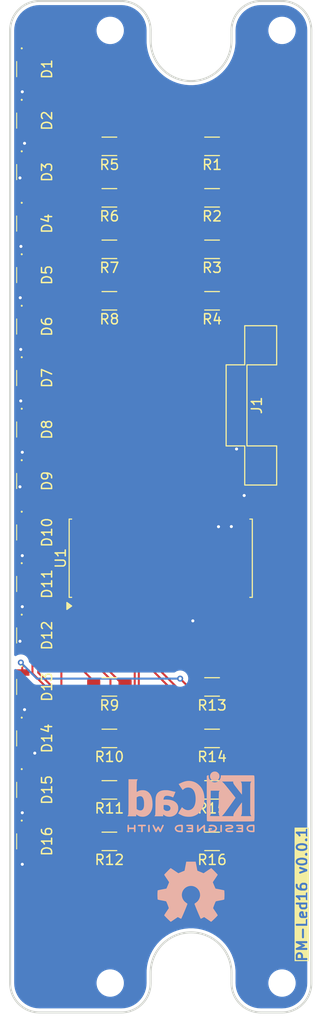
<source format=kicad_pcb>
(kicad_pcb (version 20240108) (generator "pcbnew") (generator_version "8.0")
  (title_block (title "${article} v${version}"))
  (layers (0 "F.Cu" signal) (31 "B.Cu" signal) (34 "B.Paste" user) (35 "F.Paste" user) (36 "B.SilkS" user "B.Silkscreen") (37 "F.SilkS" user "F.Silkscreen") (38 "B.Mask" user) (39 "F.Mask" user) (44 "Edge.Cuts" user))
  (property "article" "PM-Led16")
  (property "version" "0.0.1")
  (net 0 "")
  (net 3 "GND")
  (net 4 "Net-(U1-GPA0)")
  (net 5 "Net-(U1-GPA1)")
  (net 6 "Net-(U1-GPA2)")
  (net 7 "Net-(U1-GPA3)")
  (net 8 "Net-(U1-GPA4)")
  (net 9 "Net-(U1-GPA5)")
  (net 10 "Net-(U1-GPA6)")
  (net 11 "Net-(U1-GPA7)")
  (net 12 "Net-(U1-GPB0)")
  (net 13 "Net-(U1-GPB1)")
  (net 14 "Net-(U1-GPB2)")
  (net 15 "Net-(U1-GPB3)")
  (net 16 "Net-(U1-GPB4)")
  (net 17 "Net-(U1-GPB5)")
  (net 18 "Net-(U1-GPB6)")
  (net 19 "Net-(U1-GPB7)")
  (net 20 "+3.3V")
  (net 21 "/SCK")
  (net 22 "/CS")
  (net 23 "/MOSI")
  (net 24 "/MISO")
  (net 25 "+5V")
  (net 27 "Net-(D1-Pad1)")
  (net 28 "Net-(D2-Pad1)")
  (net 29 "Net-(D3-Pad1)")
  (net 30 "Net-(D4-Pad1)")
  (net 31 "Net-(D5-Pad1)")
  (net 32 "Net-(D6-Pad1)")
  (net 33 "Net-(D7-Pad1)")
  (net 34 "Net-(D8-Pad1)")
  (net 35 "Net-(D9-Pad1)")
  (net 36 "Net-(D10-Pad1)")
  (net 37 "Net-(D11-Pad1)")
  (net 38 "Net-(D12-Pad1)")
  (net 39 "Net-(D13-Pad1)")
  (net 40 "Net-(D14-Pad1)")
  (net 41 "Net-(D15-Pad1)")
  (net 42 "Net-(D16-Pad1)")
  (footprint "kicad_inventree_lib:1221GHCYR2S22C" (layer "F.Cu") (at 51.547 113.5 90)
    (property "Reference" "D12" (at 0 3 90) (layer "F.SilkS"))
    (property "Value" "12-21_GHC-YR2S2_2C" (hide yes))
    (pad "1" smd rect (at 1.42 0.555 90) (size 0.63 1.41) (layers "F.Cu" "F.Paste" "F.Mask") (net 38 "Net-(D12-Pad1)"))
    (pad "2" smd rect (at -1.42 0.555 90) (size 0.63 1.41) (layers "F.Cu" "F.Paste" "F.Mask") (net 3 "GND"))
    (pad "3" smd rect (at 0 1.045 180) (size 0.43 1.07) (layers "F.Cu" "F.Paste" "F.Mask"))
  )
  (footprint "Resistor_SMD:R_1206_3216Metric_Pad1.30x1.75mm_HandSolder" (layer "F.Cu") (at 70.88 118.58 180)
    (property "Reference" "R13" (at 0 -1.82 0) (layer "F.SilkS"))
    (property "Value" "680R")
    (pad "1" smd roundrect (at -1.55 0 180) (size 1.3 1.75) (layers "F.Cu" "F.Paste" "F.Mask") (roundrect_rratio 0.192308) (net 16 "Net-(U1-GPB4)"))
    (pad "2" smd roundrect (at 1.55 0 180) (size 1.3 1.75) (layers "F.Cu" "F.Paste" "F.Mask") (roundrect_rratio 0.192308) (net 39 "Net-(D13-Pad1)"))
  )
  (footprint "kicad_inventree_lib:X10B25L08T" (layer "F.Cu") (at 73.3 90.8 90)
    (property "Reference" "J1" (at 0 2 90) (layer "F.SilkS"))
    (property "Value" "X10B25L08T")
    (pad "0" smd rect (at -6.25 2.45 90) (size 2.5 2.8) (layers "F.Cu" "F.Paste" "F.Mask"))
    (pad "0" smd rect (at 6.25 2.45 90) (size 2.5 2.8) (layers "F.Cu" "F.Paste" "F.Mask"))
    (pad "1" smd rect (at -3.5 0 90) (size 0.6 1.7) (layers "F.Cu" "F.Paste" "F.Mask") (net 3 "GND"))
    (pad "2" smd rect (at -2.5 0 90) (size 0.6 1.7) (layers "F.Cu" "F.Paste" "F.Mask") (net 22 "/CS"))
    (pad "3" smd rect (at -1.5 0 90) (size 0.6 1.7) (layers "F.Cu" "F.Paste" "F.Mask") (net 21 "/SCK"))
    (pad "4" smd rect (at -0.5 0 90) (size 0.6 1.7) (layers "F.Cu" "F.Paste" "F.Mask") (net 24 "/MISO"))
    (pad "5" smd rect (at 0.5 0 90) (size 0.6 1.7) (layers "F.Cu" "F.Paste" "F.Mask") (net 23 "/MOSI"))
    (pad "6" smd rect (at 1.5 0 90) (size 0.6 1.7) (layers "F.Cu" "F.Paste" "F.Mask"))
    (pad "7" smd rect (at 2.5 0 90) (size 0.6 1.7) (layers "F.Cu" "F.Paste" "F.Mask") (net 20 "+3.3V"))
    (pad "8" smd rect (at 3.5 0 90) (size 0.6 1.7) (layers "F.Cu" "F.Paste" "F.Mask") (net 25 "+5V"))
  )
  (footprint "Resistor_SMD:R_1206_3216Metric_Pad1.30x1.75mm_HandSolder" (layer "F.Cu") (at 60.72 65.24 180)
    (property "Reference" "R5" (at 0 -1.82 0) (layer "F.SilkS"))
    (property "Value" "680R")
    (pad "1" smd roundrect (at -1.55 0 180) (size 1.3 1.75) (layers "F.Cu" "F.Paste" "F.Mask") (roundrect_rratio 0.192308) (net 8 "Net-(U1-GPA4)"))
    (pad "2" smd roundrect (at 1.55 0 180) (size 1.3 1.75) (layers "F.Cu" "F.Paste" "F.Mask") (roundrect_rratio 0.192308) (net 31 "Net-(D5-Pad1)"))
  )
  (footprint "Resistor_SMD:R_1206_3216Metric_Pad1.30x1.75mm_HandSolder" (layer "F.Cu") (at 60.72 133.82 180)
    (property "Reference" "R12" (at 0 -1.82 0) (layer "F.SilkS"))
    (property "Value" "680R")
    (pad "1" smd roundrect (at -1.55 0 180) (size 1.3 1.75) (layers "F.Cu" "F.Paste" "F.Mask") (roundrect_rratio 0.192308) (net 15 "Net-(U1-GPB3)"))
    (pad "2" smd roundrect (at 1.55 0 180) (size 1.3 1.75) (layers "F.Cu" "F.Paste" "F.Mask") (roundrect_rratio 0.192308) (net 38 "Net-(D12-Pad1)"))
  )
  (footprint "kicad_inventree_lib:1221GHCYR2S22C" (layer "F.Cu") (at 51.547 118.58 90)
    (property "Reference" "D13" (at 0 3 90) (layer "F.SilkS"))
    (property "Value" "12-21_GHC-YR2S2_2C" (hide yes))
    (pad "1" smd rect (at 1.42 0.555 90) (size 0.63 1.41) (layers "F.Cu" "F.Paste" "F.Mask") (net 39 "Net-(D13-Pad1)"))
    (pad "2" smd rect (at -1.42 0.555 90) (size 0.63 1.41) (layers "F.Cu" "F.Paste" "F.Mask") (net 3 "GND"))
    (pad "3" smd rect (at 0 1.045 180) (size 0.43 1.07) (layers "F.Cu" "F.Paste" "F.Mask"))
  )
  (footprint "kicad_inventree_lib:1221GHCYR2S22C" (layer "F.Cu") (at 51.547 67.78 90)
    (property "Reference" "D3" (at 0 3 90) (layer "F.SilkS"))
    (property "Value" "12-21_GHC-YR2S2_2C" (hide yes))
    (pad "1" smd rect (at 1.42 0.555 90) (size 0.63 1.41) (layers "F.Cu" "F.Paste" "F.Mask") (net 29 "Net-(D3-Pad1)"))
    (pad "2" smd rect (at -1.42 0.555 90) (size 0.63 1.41) (layers "F.Cu" "F.Paste" "F.Mask") (net 3 "GND"))
    (pad "3" smd rect (at 0 1.045 180) (size 0.43 1.07) (layers "F.Cu" "F.Paste" "F.Mask"))
  )
  (footprint "Resistor_SMD:R_1206_3216Metric_Pad1.30x1.75mm_HandSolder" (layer "F.Cu") (at 70.88 123.66 180)
    (property "Reference" "R14" (at 0 -1.82 0) (layer "F.SilkS"))
    (property "Value" "680R")
    (pad "1" smd roundrect (at -1.55 0 180) (size 1.3 1.75) (layers "F.Cu" "F.Paste" "F.Mask") (roundrect_rratio 0.192308) (net 17 "Net-(U1-GPB5)"))
    (pad "2" smd roundrect (at 1.55 0 180) (size 1.3 1.75) (layers "F.Cu" "F.Paste" "F.Mask") (roundrect_rratio 0.192308) (net 40 "Net-(D14-Pad1)"))
  )
  (footprint "kicad_inventree_lib:1221GHCYR2S22C" (layer "F.Cu") (at 51.547 93.18 90)
    (property "Reference" "D8" (at 0 3 90) (layer "F.SilkS"))
    (property "Value" "12-21_GHC-YR2S2_2C" (hide yes))
    (pad "1" smd rect (at 1.42 0.555 90) (size 0.63 1.41) (layers "F.Cu" "F.Paste" "F.Mask") (net 34 "Net-(D8-Pad1)"))
    (pad "2" smd rect (at -1.42 0.555 90) (size 0.63 1.41) (layers "F.Cu" "F.Paste" "F.Mask") (net 3 "GND"))
    (pad "3" smd rect (at 0 1.045 180) (size 0.43 1.07) (layers "F.Cu" "F.Paste" "F.Mask"))
  )
  (footprint "kicad_inventree_lib:1221GHCYR2S22C" (layer "F.Cu") (at 51.547 128.74 90)
    (property "Reference" "D15" (at 0 3 90) (layer "F.SilkS"))
    (property "Value" "12-21_GHC-YR2S2_2C" (hide yes))
    (pad "1" smd rect (at 1.42 0.555 90) (size 0.63 1.41) (layers "F.Cu" "F.Paste" "F.Mask") (net 41 "Net-(D15-Pad1)"))
    (pad "2" smd rect (at -1.42 0.555 90) (size 0.63 1.41) (layers "F.Cu" "F.Paste" "F.Mask") (net 3 "GND"))
    (pad "3" smd rect (at 0 1.045 180) (size 0.43 1.07) (layers "F.Cu" "F.Paste" "F.Mask"))
  )
  (footprint "kicad_inventree_lib:1221GHCYR2S22C" (layer "F.Cu") (at 51.547 83.02 90)
    (property "Reference" "D6" (at 0 3 90) (layer "F.SilkS"))
    (property "Value" "12-21_GHC-YR2S2_2C" (hide yes))
    (pad "1" smd rect (at 1.42 0.555 90) (size 0.63 1.41) (layers "F.Cu" "F.Paste" "F.Mask") (net 32 "Net-(D6-Pad1)"))
    (pad "2" smd rect (at -1.42 0.555 90) (size 0.63 1.41) (layers "F.Cu" "F.Paste" "F.Mask") (net 3 "GND"))
    (pad "3" smd rect (at 0 1.045 180) (size 0.43 1.07) (layers "F.Cu" "F.Paste" "F.Mask"))
  )
  (footprint "Package_SO:SOIC-28W_7.5x17.9mm_P1.27mm" (layer "F.Cu") (at 65.8 105.88 90)
    (property "Reference" "U1" (at 0 -9.9 90) (layer "F.SilkS"))
    (property "Value" "MCP23S17_SO")
    (pad "1" smd roundrect (at -4.65 -8.255 90) (size 2.05 0.6) (layers "F.Cu" "F.Paste" "F.Mask") (net 12 "Net-(U1-GPB0)"))
    (pad "2" smd roundrect (at -4.65 -6.985 90) (size 2.05 0.6) (layers "F.Cu" "F.Paste" "F.Mask") (net 13 "Net-(U1-GPB1)"))
    (pad "3" smd roundrect (at -4.65 -5.715 90) (size 2.05 0.6) (layers "F.Cu" "F.Paste" "F.Mask") (net 14 "Net-(U1-GPB2)"))
    (pad "4" smd roundrect (at -4.65 -4.445 90) (size 2.05 0.6) (layers "F.Cu" "F.Paste" "F.Mask") (net 15 "Net-(U1-GPB3)"))
    (pad "5" smd roundrect (at -4.65 -3.175 90) (size 2.05 0.6) (layers "F.Cu" "F.Paste" "F.Mask") (net 16 "Net-(U1-GPB4)"))
    (pad "6" smd roundrect (at -4.65 -1.905 90) (size 2.05 0.6) (layers "F.Cu" "F.Paste" "F.Mask") (net 17 "Net-(U1-GPB5)"))
    (pad "7" smd roundrect (at -4.65 -0.635 90) (size 2.05 0.6) (layers "F.Cu" "F.Paste" "F.Mask") (net 18 "Net-(U1-GPB6)"))
    (pad "8" smd roundrect (at -4.65 0.635 90) (size 2.05 0.6) (layers "F.Cu" "F.Paste" "F.Mask") (net 19 "Net-(U1-GPB7)"))
    (pad "9" smd roundrect (at -4.65 1.905 90) (size 2.05 0.6) (layers "F.Cu" "F.Paste" "F.Mask") (net 20 "+3.3V"))
    (pad "10" smd roundrect (at -4.65 3.175 90) (size 2.05 0.6) (layers "F.Cu" "F.Paste" "F.Mask") (net 3 "GND"))
    (pad "11" smd roundrect (at -4.65 4.445 90) (size 2.05 0.6) (layers "F.Cu" "F.Paste" "F.Mask") (net 22 "/CS"))
    (pad "12" smd roundrect (at -4.65 5.715 90) (size 2.05 0.6) (layers "F.Cu" "F.Paste" "F.Mask") (net 21 "/SCK"))
    (pad "13" smd roundrect (at -4.65 6.985 90) (size 2.05 0.6) (layers "F.Cu" "F.Paste" "F.Mask") (net 23 "/MOSI"))
    (pad "14" smd roundrect (at -4.65 8.255 90) (size 2.05 0.6) (layers "F.Cu" "F.Paste" "F.Mask") (net 24 "/MISO"))
    (pad "15" smd roundrect (at 4.65 8.255 90) (size 2.05 0.6) (layers "F.Cu" "F.Paste" "F.Mask") (net 3 "GND"))
    (pad "16" smd roundrect (at 4.65 6.985 90) (size 2.05 0.6) (layers "F.Cu" "F.Paste" "F.Mask") (net 3 "GND"))
    (pad "17" smd roundrect (at 4.65 5.715 90) (size 2.05 0.6) (layers "F.Cu" "F.Paste" "F.Mask") (net 3 "GND"))
    (pad "18" smd roundrect (at 4.65 4.445 90) (size 2.05 0.6) (layers "F.Cu" "F.Paste" "F.Mask") (net 20 "+3.3V"))
    (pad "19" smd roundrect (at 4.65 3.175 90) (size 2.05 0.6) (layers "F.Cu" "F.Paste" "F.Mask"))
    (pad "20" smd roundrect (at 4.65 1.905 90) (size 2.05 0.6) (layers "F.Cu" "F.Paste" "F.Mask"))
    (pad "21" smd roundrect (at 4.65 0.635 90) (size 2.05 0.6) (layers "F.Cu" "F.Paste" "F.Mask") (net 4 "Net-(U1-GPA0)"))
    (pad "22" smd roundrect (at 4.65 -0.635 90) (size 2.05 0.6) (layers "F.Cu" "F.Paste" "F.Mask") (net 5 "Net-(U1-GPA1)"))
    (pad "23" smd roundrect (at 4.65 -1.905 90) (size 2.05 0.6) (layers "F.Cu" "F.Paste" "F.Mask") (net 6 "Net-(U1-GPA2)"))
    (pad "24" smd roundrect (at 4.65 -3.175 90) (size 2.05 0.6) (layers "F.Cu" "F.Paste" "F.Mask") (net 7 "Net-(U1-GPA3)"))
    (pad "25" smd roundrect (at 4.65 -4.445 90) (size 2.05 0.6) (layers "F.Cu" "F.Paste" "F.Mask") (net 8 "Net-(U1-GPA4)"))
    (pad "26" smd roundrect (at 4.65 -5.715 90) (size 2.05 0.6) (layers "F.Cu" "F.Paste" "F.Mask") (net 9 "Net-(U1-GPA5)"))
    (pad "27" smd roundrect (at 4.65 -6.985 90) (size 2.05 0.6) (layers "F.Cu" "F.Paste" "F.Mask") (net 10 "Net-(U1-GPA6)"))
    (pad "28" smd roundrect (at 4.65 -8.255 90) (size 2.05 0.6) (layers "F.Cu" "F.Paste" "F.Mask") (net 11 "Net-(U1-GPA7)"))
  )
  (footprint "kicad_inventree_lib:1221GHCYR2S22C" (layer "F.Cu") (at 51.547 62.7 90)
    (property "Reference" "D2" (at 0 3 90) (layer "F.SilkS"))
    (property "Value" "12-21_GHC-YR2S2_2C" (hide yes))
    (pad "1" smd rect (at 1.42 0.555 90) (size 0.63 1.41) (layers "F.Cu" "F.Paste" "F.Mask") (net 28 "Net-(D2-Pad1)"))
    (pad "2" smd rect (at -1.42 0.555 90) (size 0.63 1.41) (layers "F.Cu" "F.Paste" "F.Mask") (net 3 "GND"))
    (pad "3" smd rect (at 0 1.045 180) (size 0.43 1.07) (layers "F.Cu" "F.Paste" "F.Mask"))
  )
  (footprint "kicad_inventree_lib:1221GHCYR2S22C" (layer "F.Cu") (at 51.547 88.1 90)
    (property "Reference" "D7" (at 0 3 90) (layer "F.SilkS"))
    (property "Value" "12-21_GHC-YR2S2_2C" (hide yes))
    (pad "1" smd rect (at 1.42 0.555 90) (size 0.63 1.41) (layers "F.Cu" "F.Paste" "F.Mask") (net 33 "Net-(D7-Pad1)"))
    (pad "2" smd rect (at -1.42 0.555 90) (size 0.63 1.41) (layers "F.Cu" "F.Paste" "F.Mask") (net 3 "GND"))
    (pad "3" smd rect (at 0 1.045 180) (size 0.43 1.07) (layers "F.Cu" "F.Paste" "F.Mask"))
  )
  (footprint "Resistor_SMD:R_1206_3216Metric_Pad1.30x1.75mm_HandSolder" (layer "F.Cu") (at 70.88 75.4 180)
    (property "Reference" "R3" (at 0 -1.82 0) (layer "F.SilkS"))
    (property "Value" "680R")
    (pad "1" smd roundrect (at -1.55 0 180) (size 1.3 1.75) (layers "F.Cu" "F.Paste" "F.Mask") (roundrect_rratio 0.192308) (net 6 "Net-(U1-GPA2)"))
    (pad "2" smd roundrect (at 1.55 0 180) (size 1.3 1.75) (layers "F.Cu" "F.Paste" "F.Mask") (roundrect_rratio 0.192308) (net 29 "Net-(D3-Pad1)"))
  )
  (footprint "kicad_inventree_lib:1221GHCYR2S22C" (layer "F.Cu") (at 51.547 57.62 90)
    (property "Reference" "D1" (at 0 3 90) (layer "F.SilkS"))
    (property "Value" "12-21_GHC-YR2S2_2C" (hide yes))
    (pad "1" smd rect (at 1.42 0.555 90) (size 0.63 1.41) (layers "F.Cu" "F.Paste" "F.Mask") (net 27 "Net-(D1-Pad1)"))
    (pad "2" smd rect (at -1.42 0.555 90) (size 0.63 1.41) (layers "F.Cu" "F.Paste" "F.Mask") (net 3 "GND"))
    (pad "3" smd rect (at 0 1.045 180) (size 0.43 1.07) (layers "F.Cu" "F.Paste" "F.Mask"))
  )
  (footprint "kicad_inventree_lib:1221GHCYR2S22C" (layer "F.Cu") (at 51.547 72.86 90)
    (property "Reference" "D4" (at 0 3 90) (layer "F.SilkS"))
    (property "Value" "12-21_GHC-YR2S2_2C" (hide yes))
    (pad "1" smd rect (at 1.42 0.555 90) (size 0.63 1.41) (layers "F.Cu" "F.Paste" "F.Mask") (net 30 "Net-(D4-Pad1)"))
    (pad "2" smd rect (at -1.42 0.555 90) (size 0.63 1.41) (layers "F.Cu" "F.Paste" "F.Mask") (net 3 "GND"))
    (pad "3" smd rect (at 0 1.045 180) (size 0.43 1.07) (layers "F.Cu" "F.Paste" "F.Mask"))
  )
  (footprint "Resistor_SMD:R_1206_3216Metric_Pad1.30x1.75mm_HandSolder" (layer "F.Cu") (at 60.72 80.48 180)
    (property "Reference" "R8" (at 0 -1.82 0) (layer "F.SilkS"))
    (property "Value" "680R")
    (pad "1" smd roundrect (at -1.55 0 180) (size 1.3 1.75) (layers "F.Cu" "F.Paste" "F.Mask") (roundrect_rratio 0.192308) (net 11 "Net-(U1-GPA7)"))
    (pad "2" smd roundrect (at 1.55 0 180) (size 1.3 1.75) (layers "F.Cu" "F.Paste" "F.Mask") (roundrect_rratio 0.192308) (net 34 "Net-(D8-Pad1)"))
  )
  (footprint "Resistor_SMD:R_1206_3216Metric_Pad1.30x1.75mm_HandSolder" (layer "F.Cu") (at 60.72 70.32 180)
    (property "Reference" "R6" (at 0 -1.82 0) (layer "F.SilkS"))
    (property "Value" "680R")
    (pad "1" smd roundrect (at -1.55 0 180) (size 1.3 1.75) (layers "F.Cu" "F.Paste" "F.Mask") (roundrect_rratio 0.192308) (net 9 "Net-(U1-GPA5)"))
    (pad "2" smd roundrect (at 1.55 0 180) (size 1.3 1.75) (layers "F.Cu" "F.Paste" "F.Mask") (roundrect_rratio 0.192308) (net 32 "Net-(D6-Pad1)"))
  )
  (footprint "Resistor_SMD:R_1206_3216Metric_Pad1.30x1.75mm_HandSolder" (layer "F.Cu") (at 70.88 80.48 180)
    (property "Reference" "R4" (at 0 -1.82 0) (layer "F.SilkS"))
    (property "Value" "680R")
    (pad "1" smd roundrect (at -1.55 0 180) (size 1.3 1.75) (layers "F.Cu" "F.Paste" "F.Mask") (roundrect_rratio 0.192308) (net 7 "Net-(U1-GPA3)"))
    (pad "2" smd roundrect (at 1.55 0 180) (size 1.3 1.75) (layers "F.Cu" "F.Paste" "F.Mask") (roundrect_rratio 0.192308) (net 30 "Net-(D4-Pad1)"))
  )
  (footprint "kicad_inventree_lib:1221GHCYR2S22C" (layer "F.Cu") (at 51.547 108.42 90)
    (property "Reference" "D11" (at 0 3 90) (layer "F.SilkS"))
    (property "Value" "12-21_GHC-YR2S2_2C" (hide yes))
    (pad "1" smd rect (at 1.42 0.555 90) (size 0.63 1.41) (layers "F.Cu" "F.Paste" "F.Mask") (net 37 "Net-(D11-Pad1)"))
    (pad "2" smd rect (at -1.42 0.555 90) (size 0.63 1.41) (layers "F.Cu" "F.Paste" "F.Mask") (net 3 "GND"))
    (pad "3" smd rect (at 0 1.045 180) (size 0.43 1.07) (layers "F.Cu" "F.Paste" "F.Mask"))
  )
  (footprint "kicad_inventree_lib:1221GHCYR2S22C" (layer "F.Cu") (at 51.547 133.82 90)
    (property "Reference" "D16" (at 0 3 90) (layer "F.SilkS"))
    (property "Value" "12-21_GHC-YR2S2_2C" (hide yes))
    (pad "1" smd rect (at 1.42 0.555 90) (size 0.63 1.41) (layers "F.Cu" "F.Paste" "F.Mask") (net 42 "Net-(D16-Pad1)"))
    (pad "2" smd rect (at -1.42 0.555 90) (size 0.63 1.41) (layers "F.Cu" "F.Paste" "F.Mask") (net 3 "GND"))
    (pad "3" smd rect (at 0 1.045 180) (size 0.43 1.07) (layers "F.Cu" "F.Paste" "F.Mask"))
  )
  (footprint "kicad_inventree_lib:1221GHCYR2S22C" (layer "F.Cu") (at 51.547 123.66 90)
    (property "Reference" "D14" (at 0 3 90) (layer "F.SilkS"))
    (property "Value" "12-21_GHC-YR2S2_2C" (hide yes))
    (pad "1" smd rect (at 1.42 0.555 90) (size 0.63 1.41) (layers "F.Cu" "F.Paste" "F.Mask") (net 40 "Net-(D14-Pad1)"))
    (pad "2" smd rect (at -1.42 0.555 90) (size 0.63 1.41) (layers "F.Cu" "F.Paste" "F.Mask") (net 3 "GND"))
    (pad "3" smd rect (at 0 1.045 180) (size 0.43 1.07) (layers "F.Cu" "F.Paste" "F.Mask"))
  )
  (footprint "Resistor_SMD:R_1206_3216Metric_Pad1.30x1.75mm_HandSolder" (layer "F.Cu") (at 60.72 123.66 180)
    (property "Reference" "R10" (at 0 -1.82 0) (layer "F.SilkS"))
    (property "Value" "680R")
    (pad "1" smd roundrect (at -1.55 0 180) (size 1.3 1.75) (layers "F.Cu" "F.Paste" "F.Mask") (roundrect_rratio 0.192308) (net 13 "Net-(U1-GPB1)"))
    (pad "2" smd roundrect (at 1.55 0 180) (size 1.3 1.75) (layers "F.Cu" "F.Paste" "F.Mask") (roundrect_rratio 0.192308) (net 36 "Net-(D10-Pad1)"))
  )
  (footprint "MountingHole:MountingHole_2.2mm_M2" (layer "F.Cu") (at 77.8 53.8)
    (property "Reference" "H1" (hide yes))
    (property "Value" "MountingHole")
    (pad "" np_thru_hole circle (at 0 0) (size 2.2 2.2) (drill 2.2) (layers "*.Cu" "*.Mask"))
  )
  (footprint "MountingHole:MountingHole_2.2mm_M2" (layer "F.Cu") (at 60.8 147.8)
    (property "Reference" "H4" (hide yes))
    (property "Value" "MountingHole")
    (pad "" np_thru_hole circle (at 0 0) (size 2.2 2.2) (drill 2.2) (layers "*.Cu" "*.Mask"))
  )
  (footprint "Resistor_SMD:R_1206_3216Metric_Pad1.30x1.75mm_HandSolder" (layer "F.Cu") (at 70.88 133.82 180)
    (property "Reference" "R16" (at 0 -1.82 0) (layer "F.SilkS"))
    (property "Value" "680R")
    (pad "1" smd roundrect (at -1.55 0 180) (size 1.3 1.75) (layers "F.Cu" "F.Paste" "F.Mask") (roundrect_rratio 0.192308) (net 19 "Net-(U1-GPB7)"))
    (pad "2" smd roundrect (at 1.55 0 180) (size 1.3 1.75) (layers "F.Cu" "F.Paste" "F.Mask") (roundrect_rratio 0.192308) (net 42 "Net-(D16-Pad1)"))
  )
  (footprint "Resistor_SMD:R_1206_3216Metric_Pad1.30x1.75mm_HandSolder" (layer "F.Cu") (at 70.88 70.32 180)
    (property "Reference" "R2" (at 0 -1.82 0) (layer "F.SilkS"))
    (property "Value" "680R")
    (pad "1" smd roundrect (at -1.55 0 180) (size 1.3 1.75) (layers "F.Cu" "F.Paste" "F.Mask") (roundrect_rratio 0.192308) (net 5 "Net-(U1-GPA1)"))
    (pad "2" smd roundrect (at 1.55 0 180) (size 1.3 1.75) (layers "F.Cu" "F.Paste" "F.Mask") (roundrect_rratio 0.192308) (net 28 "Net-(D2-Pad1)"))
  )
  (footprint "MountingHole:MountingHole_2.2mm_M2" (layer "F.Cu") (at 77.8 147.8)
    (property "Reference" "H2" (hide yes))
    (property "Value" "MountingHole")
    (pad "" np_thru_hole circle (at 0 0) (size 2.2 2.2) (drill 2.2) (layers "*.Cu" "*.Mask"))
  )
  (footprint "kicad_inventree_lib:1221GHCYR2S22C" (layer "F.Cu") (at 51.547 98.26 90)
    (property "Reference" "D9" (at 0 3 90) (layer "F.SilkS"))
    (property "Value" "12-21_GHC-YR2S2_2C" (hide yes))
    (pad "1" smd rect (at 1.42 0.555 90) (size 0.63 1.41) (layers "F.Cu" "F.Paste" "F.Mask") (net 35 "Net-(D9-Pad1)"))
    (pad "2" smd rect (at -1.42 0.555 90) (size 0.63 1.41) (layers "F.Cu" "F.Paste" "F.Mask") (net 3 "GND"))
    (pad "3" smd rect (at 0 1.045 180) (size 0.43 1.07) (layers "F.Cu" "F.Paste" "F.Mask"))
  )
  (footprint "Resistor_SMD:R_1206_3216Metric_Pad1.30x1.75mm_HandSolder" (layer "F.Cu") (at 70.88 65.24 180)
    (property "Reference" "R1" (at 0 -1.82 0) (layer "F.SilkS"))
    (property "Value" "680R")
    (pad "1" smd roundrect (at -1.55 0 180) (size 1.3 1.75) (layers "F.Cu" "F.Paste" "F.Mask") (roundrect_rratio 0.192308) (net 4 "Net-(U1-GPA0)"))
    (pad "2" smd roundrect (at 1.55 0 180) (size 1.3 1.75) (layers "F.Cu" "F.Paste" "F.Mask") (roundrect_rratio 0.192308) (net 27 "Net-(D1-Pad1)"))
  )
  (footprint "Resistor_SMD:R_1206_3216Metric_Pad1.30x1.75mm_HandSolder" (layer "F.Cu") (at 60.72 118.58 180)
    (property "Reference" "R9" (at 0 -1.82 0) (layer "F.SilkS"))
    (property "Value" "680R")
    (pad "1" smd roundrect (at -1.55 0 180) (size 1.3 1.75) (layers "F.Cu" "F.Paste" "F.Mask") (roundrect_rratio 0.192308) (net 12 "Net-(U1-GPB0)"))
    (pad "2" smd roundrect (at 1.55 0 180) (size 1.3 1.75) (layers "F.Cu" "F.Paste" "F.Mask") (roundrect_rratio 0.192308) (net 35 "Net-(D9-Pad1)"))
  )
  (footprint "Resistor_SMD:R_1206_3216Metric_Pad1.30x1.75mm_HandSolder" (layer "F.Cu") (at 70.88 128.74 180)
    (property "Reference" "R15" (at 0 -1.82 0) (layer "F.SilkS"))
    (property "Value" "680R")
    (pad "1" smd roundrect (at -1.55 0 180) (size 1.3 1.75) (layers "F.Cu" "F.Paste" "F.Mask") (roundrect_rratio 0.192308) (net 18 "Net-(U1-GPB6)"))
    (pad "2" smd roundrect (at 1.55 0 180) (size 1.3 1.75) (layers "F.Cu" "F.Paste" "F.Mask") (roundrect_rratio 0.192308) (net 41 "Net-(D15-Pad1)"))
  )
  (footprint "Resistor_SMD:R_1206_3216Metric_Pad1.30x1.75mm_HandSolder" (layer "F.Cu") (at 60.72 75.4 180)
    (property "Reference" "R7" (at 0 -1.82 0) (layer "F.SilkS"))
    (property "Value" "680R")
    (pad "1" smd roundrect (at -1.55 0 180) (size 1.3 1.75) (layers "F.Cu" "F.Paste" "F.Mask") (roundrect_rratio 0.192308) (net 10 "Net-(U1-GPA6)"))
    (pad "2" smd roundrect (at 1.55 0 180) (size 1.3 1.75) (layers "F.Cu" "F.Paste" "F.Mask") (roundrect_rratio 0.192308) (net 33 "Net-(D7-Pad1)"))
  )
  (footprint "Resistor_SMD:R_1206_3216Metric_Pad1.30x1.75mm_HandSolder" (layer "F.Cu") (at 60.72 128.74 180)
    (property "Reference" "R11" (at 0 -1.82 0) (layer "F.SilkS"))
    (property "Value" "680R")
    (pad "1" smd roundrect (at -1.55 0 180) (size 1.3 1.75) (layers "F.Cu" "F.Paste" "F.Mask") (roundrect_rratio 0.192308) (net 14 "Net-(U1-GPB2)"))
    (pad "2" smd roundrect (at 1.55 0 180) (size 1.3 1.75) (layers "F.Cu" "F.Paste" "F.Mask") (roundrect_rratio 0.192308) (net 37 "Net-(D11-Pad1)"))
  )
  (footprint "kicad_inventree_lib:1221GHCYR2S22C" (layer "F.Cu") (at 51.547 77.94 90)
    (property "Reference" "D5" (at 0 3 90) (layer "F.SilkS"))
    (property "Value" "12-21_GHC-YR2S2_2C" (hide yes))
    (pad "1" smd rect (at 1.42 0.555 90) (size 0.63 1.41) (layers "F.Cu" "F.Paste" "F.Mask") (net 31 "Net-(D5-Pad1)"))
    (pad "2" smd rect (at -1.42 0.555 90) (size 0.63 1.41) (layers "F.Cu" "F.Paste" "F.Mask") (net 3 "GND"))
    (pad "3" smd rect (at 0 1.045 180) (size 0.43 1.07) (layers "F.Cu" "F.Paste" "F.Mask"))
  )
  (footprint "MountingHole:MountingHole_2.2mm_M2" (layer "F.Cu") (at 60.8 53.8)
    (property "Reference" "H3" (hide yes))
    (property "Value" "MountingHole")
    (pad "" np_thru_hole circle (at 0 0) (size 2.2 2.2) (drill 2.2) (layers "*.Cu" "*.Mask"))
  )
  (footprint "kicad_inventree_lib:1221GHCYR2S22C" (layer "F.Cu") (at 51.547 103.34 90)
    (property "Reference" "D10" (at 0 3 90) (layer "F.SilkS"))
    (property "Value" "12-21_GHC-YR2S2_2C" (hide yes))
    (pad "1" smd rect (at 1.42 0.555 90) (size 0.63 1.41) (layers "F.Cu" "F.Paste" "F.Mask") (net 36 "Net-(D10-Pad1)"))
    (pad "2" smd rect (at -1.42 0.555 90) (size 0.63 1.41) (layers "F.Cu" "F.Paste" "F.Mask") (net 3 "GND"))
    (pad "3" smd rect (at 0 1.045 180) (size 0.43 1.07) (layers "F.Cu" "F.Paste" "F.Mask"))
  )
  (footprint "Symbol:OSHW-Symbol_6.7x6mm_SilkScreen" (layer "B.Cu") (at 68.8 138.8 180)
    (property "Reference" "REF**" (hide yes))
    (property "Value" "OSHW-Symbol_6.7x6mm_SilkScreen" (hide yes))
  )
  (footprint "Symbol:KiCad-Logo2_5mm_SilkScreen" (layer "B.Cu") (at 68.8 129.91 180)
    (property "Reference" "Logo_kicad" (hide yes))
    (property "Value" "KiCad-Logo2_5mm_SilkScreen" (hide yes))
  )
  (gr_line (start 64.8 53.8) (end 64.8 54.85) (stroke (width 0.2)) (layer "Edge.Cuts"))
  (gr_arc (start 77.8 50.9) (mid 79.85061 51.74939) (end 80.7 53.8) (stroke (width 0.2)) (layer "Edge.Cuts"))
  (gr_line (start 61.9 150.7) (end 53.8 150.7) (stroke (width 0.2)) (layer "Edge.Cuts"))
  (gr_arc (start 61.9 50.9) (mid 63.95061 51.74939) (end 64.8 53.8) (stroke (width 0.2)) (layer "Edge.Cuts"))
  (gr_line (start 64.8 146.75) (end 64.8 147.8) (stroke (width 0.2)) (layer "Edge.Cuts"))
  (gr_arc (start 80.7 147.8) (mid 79.85061 149.85061) (end 77.8 150.7) (stroke (width 0.2)) (layer "Edge.Cuts"))
  (gr_line (start 50.9 147.8) (end 50.9 53.8) (stroke (width 0.2)) (layer "Edge.Cuts"))
  (gr_line (start 72.8 147.8) (end 72.8 146.75) (stroke (width 0.2)) (layer "Edge.Cuts"))
  (gr_arc (start 72.8 54.85) (mid 68.8 58.800312) (end 64.8 54.85) (stroke (width 0.2)) (layer "Edge.Cuts"))
  (gr_line (start 77.8 150.7) (end 75.7 150.7) (stroke (width 0.2)) (layer "Edge.Cuts"))
  (gr_arc (start 64.8 147.8) (mid 63.95061 149.85061) (end 61.9 150.7) (stroke (width 0.2)) (layer "Edge.Cuts"))
  (gr_arc (start 72.8 53.8) (mid 73.64939 51.74939) (end 75.7 50.9) (stroke (width 0.2)) (layer "Edge.Cuts"))
  (gr_arc (start 53.8 150.7) (mid 51.74939 149.85061) (end 50.9 147.8) (stroke (width 0.2)) (layer "Edge.Cuts"))
  (gr_line (start 80.7 53.8) (end 80.7 147.8) (stroke (width 0.2)) (layer "Edge.Cuts"))
  (gr_arc (start 50.9 53.8) (mid 51.74939 51.74939) (end 53.8 50.9) (stroke (width 0.2)) (layer "Edge.Cuts"))
  (gr_line (start 72.8 54.85) (end 72.8 53.8) (stroke (width 0.2)) (layer "Edge.Cuts"))
  (gr_arc (start 75.7 150.7) (mid 73.64939 149.85061) (end 72.8 147.8) (stroke (width 0.2)) (layer "Edge.Cuts"))
  (gr_line (start 75.7 50.9) (end 77.8 50.9) (stroke (width 0.2)) (layer "Edge.Cuts"))
  (gr_line (start 53.8 50.9) (end 61.9 50.9) (stroke (width 0.2)) (layer "Edge.Cuts"))
  (gr_arc (start 64.8 146.75) (mid 68.8 142.799688) (end 72.8 146.75) (stroke (width 0.2)) (layer "Edge.Cuts"))
  (gr_text "${article} v${version}" (at 79.8 145.8 90) (layer "F.SilkS" knockout) (effects (font (size 1 1) (thickness 0.2) (bold yes)) (justify left)))
  (segment (start 52.102 69.2) (end 52.102 68.5833) (width 0.2) (layer "F.Cu") (net 3))
  (segment (start 72.785 101.23) (end 72.785 102.7578) (width 0.2) (layer "F.Cu") (net 3))
  (segment (start 51.9497 85.2799) (end 52.102 85.1276) (width 0.2) (layer "F.Cu") (net 3))
  (segment (start 52.3258 64.9409) (end 52.1216 64.7367) (width 0.2) (layer "F.Cu") (net 3))
  (segment (start 52.1216 64.7367) (end 52.102 64.7367) (width 0.2) (layer "F.Cu") (net 3))
  (segment (start 52.102 130.9956) (end 52.102 130.16) (width 0.2) (layer "F.Cu") (net 3))
  (segment (start 52.102 99.68) (end 52.102 99.0633) (width 0.2) (layer "F.Cu") (net 3))
  (segment (start 52.102 68.5833) (end 51.8728 68.3541) (width 0.2) (layer "F.Cu") (net 3))
  (segment (start 52.102 114.92) (end 52.102 114.3033) (width 0.2) (layer "F.Cu") (net 3))
  (segment (start 52.102 110.6634) (end 52.102 109.84) (width 0.2) (layer "F.Cu") (net 3))
  (segment (start 52.102 74.9793) (end 52.102 74.28) (width 0.2) (layer "F.Cu") (net 3))
  (segment (start 71.515 101.23) (end 71.515 102.7709) (width 0.2) (layer "F.Cu") (net 3))
  (segment (start 52.102 136.0816) (end 52.102 135.24) (width 0.2) (layer "F.Cu") (net 3))
  (segment (start 52.102 85.1276) (end 52.102 84.44) (width 0.2) (layer "F.Cu") (net 3))
  (segment (start 52.1203 120.6167) (end 52.3257 120.8221) (width 0.2) (layer "F.Cu") (net 3))
  (segment (start 53.1433 125.1146) (end 53.1087 125.08) (width 0.2) (layer "F.Cu") (net 3))
  (segment (start 74.055 99.6931) (end 74.055 101.23) (width 0.2) (layer "F.Cu") (net 3))
  (segment (start 51.9678 75.1135) (end 52.102 74.9793) (width 0.2) (layer "F.Cu") (net 3))
  (segment (start 51.9001 80.1786) (end 52.102 79.9767) (width 0.2) (layer "F.Cu") (net 3))
  (segment (start 52.102 114.3033) (end 51.8728 114.0741) (width 0.2) (layer "F.Cu") (net 3))
  (segment (start 52.102 79.36) (end 52.102 79.9767) (width 0.2) (layer "F.Cu") (net 3))
  (segment (start 52.102 125.08) (end 53.1087 125.08) (width 0.2) (layer "F.Cu") (net 3))
  (segment (start 52.102 64.12) (end 52.102 64.7367) (width 0.2) (layer "F.Cu") (net 3))
  (segment (start 51.9497 90.3599) (end 52.102 90.2076) (width 0.2) (layer "F.Cu") (net 3))
  (segment (start 52.102 59.04) (end 52.102 59.8573) (width 0.2) (layer "F.Cu") (net 3))
  (segment (start 73.3 94.3) (end 73.3 95.1025) (width 0.2) (layer "F.Cu") (net 3))
  (segment (start 52.102 95.4256) (end 52.102 94.6) (width 0.2) (layer "F.Cu") (net 3))
  (segment (start 53.3372 125.1146) (end 53.1433 125.1146) (width 0.2) (layer "F.Cu") (net 3))
  (segment (start 52.102 90.2076) (end 52.102 89.52) (width 0.2) (layer "F.Cu") (net 3))
  (segment (start 52.102 99.0633) (end 51.8728 98.8341) (width 0.2) (layer "F.Cu") (net 3))
  (segment (start 52.102 120.6167) (end 52.1203 120.6167) (width 0.2) (layer "F.Cu") (net 3))
  (segment (start 68.975 110.53) (end 68.975 112.06) (width 0.2) (layer "F.Cu") (net 3))
  (segment (start 52.102 120) (end 52.102 120.6167) (width 0.2) (layer "F.Cu") (net 3))
  (segment (start 52.102 105.6255) (end 52.102 104.76) (width 0.2) (layer "F.Cu") (net 3))
  (via (at 52.102 59.8573) (size 0.6) (drill 0.3) (layers "F.Cu" "B.Cu") (net 3))
  (via (at 73.3 95.1025) (size 0.6) (drill 0.3) (layers "F.Cu" "B.Cu") (net 3))
  (via (at 74.055 99.6931) (size 0.6) (drill 0.3) (layers "F.Cu" "B.Cu") (net 3))
  (via (at 72.785 102.7578) (size 0.6) (drill 0.3) (layers "F.Cu" "B.Cu") (net 3))
  (via (at 53.3372 125.1146) (size 0.6) (drill 0.3) (layers "F.Cu" "B.Cu") (net 3))
  (via (at 52.102 110.6634) (size 0.6) (drill 0.3) (layers "F.Cu" "B.Cu") (net 3))
  (via (at 51.8728 68.3541) (size 0.6) (drill 0.3) (layers "F.Cu" "B.Cu") (net 3))
  (via (at 52.102 95.4256) (size 0.6) (drill 0.3) (layers "F.Cu" "B.Cu") (net 3))
  (via (at 52.102 105.6255) (size 0.6) (drill 0.3) (layers "F.Cu" "B.Cu") (net 3))
  (via (at 71.515 102.7709) (size 0.6) (drill 0.3) (layers "F.Cu" "B.Cu") (net 3))
  (via (at 68.975 112.06) (size 0.6) (drill 0.3) (layers "F.Cu" "B.Cu") (net 3))
  (via (at 52.102 130.9956) (size 0.6) (drill 0.3) (layers "F.Cu" "B.Cu") (net 3))
  (via (at 52.3258 64.9409) (size 0.6) (drill 0.3) (layers "F.Cu" "B.Cu") (net 3))
  (via (at 52.102 136.0816) (size 0.6) (drill 0.3) (layers "F.Cu" "B.Cu") (net 3))
  (via (at 51.9001 80.1786) (size 0.6) (drill 0.3) (layers "F.Cu" "B.Cu") (net 3))
  (via (at 51.8728 114.0741) (size 0.6) (drill 0.3) (layers "F.Cu" "B.Cu") (net 3))
  (via (at 51.9678 75.1135) (size 0.6) (drill 0.3) (layers "F.Cu" "B.Cu") (net 3))
  (via (at 51.9497 90.3599) (size 0.6) (drill 0.3) (layers "F.Cu" "B.Cu") (net 3))
  (via (at 51.8728 98.8341) (size 0.6) (drill 0.3) (layers "F.Cu" "B.Cu") (net 3))
  (via (at 51.9497 85.2799) (size 0.6) (drill 0.3) (layers "F.Cu" "B.Cu") (net 3))
  (via (at 52.3257 120.8221) (size 0.6) (drill 0.3) (layers "F.Cu" "B.Cu") (net 3))
  (segment (start 66.435 101.23) (end 66.435 87.1296) (width 0.2) (layer "F.Cu") (net 4))
  (segment (start 71.3795 82.1851) (end 71.3795 79.6908) (width 0.2) (layer "F.Cu") (net 4))
  (segment (start 73.3959 66.2059) (end 72.43 65.24) (width 0.2) (layer "F.Cu") (net 4))
  (segment (start 73.3959 77.6744) (end 73.3959 66.2059) (width 0.2) (layer "F.Cu") (net 4))
  (segment (start 71.3795 79.6908) (end 73.3959 77.6744) (width 0.2) (layer "F.Cu") (net 4))
  (segment (start 66.435 87.1296) (end 71.3795 82.1851) (width 0.2) (layer "F.Cu") (net 4))
  (segment (start 65.165 87.0154) (end 70.3225 81.8579) (width 0.2) (layer "F.Cu") (net 5))
  (segment (start 65.165 101.23) (end 65.165 87.0154) (width 0.2) (layer "F.Cu") (net 5))
  (segment (start 70.3225 72.4275) (end 72.43 70.32) (width 0.2) (layer "F.Cu") (net 5))
  (segment (start 70.3225 81.8579) (end 70.3225 72.4275) (width 0.2) (layer "F.Cu") (net 5))
  (segment (start 65.5138 102.5588) (end 65.8 102.2726) (width 0.2) (layer "F.Cu") (net 6))
  (segment (start 63.895 101.23) (end 63.895 101.6959) (width 0.2) (layer "F.Cu") (net 6))
  (segment (start 70.883 76.947) (end 72.43 75.4) (width 0.2) (layer "F.Cu") (net 6))
  (segment (start 65.8 102.2726) (end 65.8 87.1121) (width 0.2) (layer "F.Cu") (net 6))
  (segment (start 63.895 101.6959) (end 64.7579 102.5588) (width 0.2) (layer "F.Cu") (net 6))
  (segment (start 65.8 87.1121) (end 70.883 82.0291) (width 0.2) (layer "F.Cu") (net 6))
  (segment (start 64.7579 102.5588) (end 65.5138 102.5588) (width 0.2) (layer "F.Cu") (net 6))
  (segment (start 70.883 82.0291) (end 70.883 76.947) (width 0.2) (layer "F.Cu") (net 6))
  (segment (start 66.3269 103.0081) (end 67.1027 102.2323) (width 0.2) (layer "F.Cu") (net 7))
  (segment (start 72.43 82.184) (end 72.43 80.48) (width 0.2) (layer "F.Cu") (net 7))
  (segment (start 62.625 101.6427) (end 63.9904 103.0081) (width 0.2) (layer "F.Cu") (net 7))
  (segment (start 67.1027 87.5113) (end 72.43 82.184) (width 0.2) (layer "F.Cu") (net 7))
  (segment (start 67.1027 102.2323) (end 67.1027 87.5113) (width 0.2) (layer "F.Cu") (net 7))
  (segment (start 62.625 101.23) (end 62.625 101.6427) (width 0.2) (layer "F.Cu") (net 7))
  (segment (start 63.9904 103.0081) (end 66.3269 103.0081) (width 0.2) (layer "F.Cu") (net 7))
  (segment (start 61.355 101.23) (end 61.355 94.9589) (width 0.2) (layer "F.Cu") (net 8))
  (segment (start 63.6452 92.6687) (end 63.6452 66.6152) (width 0.2) (layer "F.Cu") (net 8))
  (segment (start 63.6452 66.6152) (end 62.27 65.24) (width 0.2) (layer "F.Cu") (net 8))
  (segment (start 61.355 94.9589) (end 63.6452 92.6687) (width 0.2) (layer "F.Cu") (net 8))
  (segment (start 60.085 93.3837) (end 63.2331 90.2356) (width 0.2) (layer "F.Cu") (net 9))
  (segment (start 63.2331 90.2356) (end 63.2331 71.2831) (width 0.2) (layer "F.Cu") (net 9))
  (segment (start 63.2331 71.2831) (end 62.27 70.32) (width 0.2) (layer "F.Cu") (net 9))
  (segment (start 60.085 101.23) (end 60.085 93.3837) (width 0.2) (layer "F.Cu") (net 9))
  (segment (start 58.815 91.9107) (end 58.815 101.23) (width 0.2) (layer "F.Cu") (net 10))
  (segment (start 60.7214 90.0043) (end 58.815 91.9107) (width 0.2) (layer "F.Cu") (net 10))
  (segment (start 62.27 75.4) (end 60.7214 76.9486) (width 0.2) (layer "F.Cu") (net 10))
  (segment (start 60.7214 76.9486) (end 60.7214 90.0043) (width 0.2) (layer "F.Cu") (net 10))
  (segment (start 57.545 101.6429) (end 58.482 102.5799) (width 0.2) (layer "F.Cu") (net 11))
  (segment (start 58.482 102.5799) (end 59.1555 102.5799) (width 0.2) (layer "F.Cu") (net 11))
  (segment (start 59.1555 102.5799) (end 59.45 102.2854) (width 0.2) (layer "F.Cu") (net 11))
  (segment (start 59.45 102.2854) (end 59.45 92.8128) (width 0.2) (layer "F.Cu") (net 11))
  (segment (start 59.45 92.8128) (end 62.27 89.9928) (width 0.2) (layer "F.Cu") (net 11))
  (segment (start 57.545 101.23) (end 57.545 101.6429) (width 0.2) (layer "F.Cu") (net 11))
  (segment (start 62.27 89.9928) (end 62.27 80.48) (width 0.2) (layer "F.Cu") (net 11))
  (segment (start 57.545 110.53) (end 57.545 110.0736) (width 0.2) (layer "F.Cu") (net 12))
  (segment (start 58.4821 109.1365) (end 59.1554 109.1365) (width 0.2) (layer "F.Cu") (net 12))
  (segment (start 57.545 110.0736) (end 58.4821 109.1365) (width 0.2) (layer "F.Cu") (net 12))
  (segment (start 59.1554 109.1365) (end 59.45 109.4311) (width 0.2) (layer "F.Cu") (net 12))
  (segment (start 59.45 115.76) (end 62.27 118.58) (width 0.2) (layer "F.Cu") (net 12))
  (segment (start 59.45 109.4311) (end 59.45 115.76) (width 0.2) (layer "F.Cu") (net 12))
  (segment (start 58.815 110.53) (end 58.815 115.8268) (width 0.2) (layer "F.Cu") (net 13))
  (segment (start 60.8254 117.8372) (end 60.8254 122.2154) (width 0.2) (layer "F.Cu") (net 13))
  (segment (start 58.815 115.8268) (end 60.8254 117.8372) (width 0.2) (layer "F.Cu") (net 13))
  (segment (start 60.8254 122.2154) (end 62.27 123.66) (width 0.2) (layer "F.Cu") (net 13))
  (segment (start 63.2245 116.8924) (end 63.2245 127.7855) (width 0.2) (layer "F.Cu") (net 14))
  (segment (start 63.2245 127.7855) (end 62.27 128.74) (width 0.2) (layer "F.Cu") (net 14))
  (segment (start 60.085 113.7529) (end 63.2245 116.8924) (width 0.2) (layer "F.Cu") (net 14))
  (segment (start 60.085 110.53) (end 60.085 113.7529) (width 0.2) (layer "F.Cu") (net 14))
  (segment (start 61.355 112.338) (end 63.6279 114.6109) (width 0.2) (layer "F.Cu") (net 15))
  (segment (start 61.355 110.53) (end 61.355 112.338) (width 0.2) (layer "F.Cu") (net 15))
  (segment (start 63.6279 132.4621) (end 62.27 133.82) (width 0.2) (layer "F.Cu") (net 15))
  (segment (start 63.6279 114.6109) (end 63.6279 132.4621) (width 0.2) (layer "F.Cu") (net 15))
  (segment (start 63.9865 108.7686) (end 62.625 110.1301) (width 0.2) (layer "F.Cu") (net 16))
  (segment (start 67.0702 112.2469) (end 67.0702 109.4453) (width 0.2) (layer "F.Cu") (net 16))
  (segment (start 72.43 118.58) (end 72.43 117.6067) (width 0.2) (layer "F.Cu") (net 16))
  (segment (start 62.625 110.1301) (end 62.625 110.53) (width 0.2) (layer "F.Cu") (net 16))
  (segment (start 67.0702 109.4453) (end 66.3935 108.7686) (width 0.2) (layer "F.Cu") (net 16))
  (segment (start 66.3935 108.7686) (end 63.9865 108.7686) (width 0.2) (layer "F.Cu") (net 16))
  (segment (start 72.43 117.6067) (end 67.0702 112.2469) (width 0.2) (layer "F.Cu") (net 16))
  (segment (start 65.8 117.03) (end 72.43 123.66) (width 0.2) (layer "F.Cu") (net 17))
  (segment (start 65.8 109.4974) (end 65.8 117.03) (width 0.2) (layer "F.Cu") (net 17))
  (segment (start 63.895 110.0558) (end 64.7643 109.1865) (width 0.2) (layer "F.Cu") (net 17))
  (segment (start 65.4891 109.1865) (end 65.8 109.4974) (width 0.2) (layer "F.Cu") (net 17))
  (segment (start 63.895 110.53) (end 63.895 110.0558) (width 0.2) (layer "F.Cu") (net 17))
  (segment (start 64.7643 109.1865) (end 65.4891 109.1865) (width 0.2) (layer "F.Cu") (net 17))
  (segment (start 65.165 110.53) (end 65.165 117.1256) (width 0.2) (layer "F.Cu") (net 18))
  (segment (start 65.165 117.1256) (end 70.88 122.8406) (width 0.2) (layer "F.Cu") (net 18))
  (segment (start 70.88 127.19) (end 72.43 128.74) (width 0.2) (layer "F.Cu") (net 18))
  (segment (start 70.88 122.8406) (end 70.88 127.19) (width 0.2) (layer "F.Cu") (net 18))
  (segment (start 66.435 112.545) (end 66.435 110.53) (width 0.2) (layer "F.Cu") (net 19))
  (segment (start 70.8815 116.9915) (end 66.435 112.545) (width 0.2) (layer "F.Cu") (net 19))
  (segment (start 72.43 133.82) (end 73.3934 132.8566) (width 0.2) (layer "F.Cu") (net 19))
  (segment (start 73.3934 122.1283) (end 70.8815 119.6164) (width 0.2) (layer "F.Cu") (net 19))
  (segment (start 73.3934 132.8566) (end 73.3934 122.1283) (width 0.2) (layer "F.Cu") (net 19))
  (segment (start 70.8815 119.6164) (end 70.8815 116.9915) (width 0.2) (layer "F.Cu") (net 19))
  (segment (start 70.245 101.23) (end 70.245 102.486) (width 0.2) (layer "F.Cu") (net 20))
  (segment (start 73.3 88.3) (end 72.1483 88.3) (width 0.2) (layer "F.Cu") (net 20))
  (segment (start 70.245 102.486) (end 67.705 105.026) (width 0.2) (layer "F.Cu") (net 20))
  (segment (start 67.705 105.026) (end 67.705 110.53) (width 0.2) (layer "F.Cu") (net 20))
  (segment (start 70.245 90.2033) (end 70.245 101.23) (width 0.2) (layer "F.Cu") (net 20))
  (segment (start 72.1483 88.3) (end 70.245 90.2033) (width 0.2) (layer "F.Cu") (net 20))
  (segment (start 73.3 92.3) (end 73.9527 92.3) (width 0.2) (layer "F.Cu") (net 21))
  (segment (start 74.4517 92.799) (end 74.4517 95.2716) (width 0.2) (layer "F.Cu") (net 21))
  (segment (start 73.3898 103.7739) (end 71.515 105.6487) (width 0.2) (layer "F.Cu") (net 21))
  (segment (start 71.515 105.6487) (end 71.515 110.53) (width 0.2) (layer "F.Cu") (net 21))
  (segment (start 74.4517 95.2716) (end 73.3898 96.3335) (width 0.2) (layer "F.Cu") (net 21))
  (segment (start 73.9527 92.3) (end 74.4517 92.799) (width 0.2) (layer "F.Cu") (net 21))
  (segment (start 73.3898 96.3335) (end 73.3898 103.7739) (width 0.2) (layer "F.Cu") (net 21))
  (segment (start 72.115 93.735) (end 72.115 103.5448) (width 0.2) (layer "F.Cu") (net 22))
  (segment (start 73.3 93.3) (end 72.55 93.3) (width 0.2) (layer "F.Cu") (net 22))
  (segment (start 72.55 93.3) (end 72.115 93.735) (width 0.2) (layer "F.Cu") (net 22))
  (segment (start 70.245 105.4148) (end 70.245 110.53) (width 0.2) (layer "F.Cu") (net 22))
  (segment (start 72.115 103.5448) (end 70.245 105.4148) (width 0.2) (layer "F.Cu") (net 22))
  (segment (start 72.785 110.9615) (end 71.849 111.8975) (width 0.2) (layer "F.Cu") (net 23))
  (segment (start 70.8915 91.5568) (end 72.1483 90.3) (width 0.2) (layer "F.Cu") (net 23))
  (segment (start 69.89 111.8975) (end 69.61 111.6175) (width 0.2) (layer "F.Cu") (net 23))
  (segment (start 71.849 111.8975) (end 69.89 111.8975) (width 0.2) (layer "F.Cu") (net 23))
  (segment (start 72.785 110.53) (end 72.785 110.9615) (width 0.2) (layer "F.Cu") (net 23))
  (segment (start 73.3 90.3) (end 72.1483 90.3) (width 0.2) (layer "F.Cu") (net 23))
  (segment (start 69.61 104.8717) (end 70.8915 103.5902) (width 0.2) (layer "F.Cu") (net 23))
  (segment (start 69.61 111.6175) (end 69.61 104.8717) (width 0.2) (layer "F.Cu") (net 23))
  (segment (start 70.8915 103.5902) (end 70.8915 91.5568) (width 0.2) (layer "F.Cu") (net 23))
  (segment (start 77.4651 94.3134) (end 74.4517 91.3) (width 0.2) (layer "F.Cu") (net 24))
  (segment (start 74.055 110.53) (end 77.4651 107.1199) (width 0.2) (layer "F.Cu") (net 24))
  (segment (start 73.3 91.3) (end 74.4517 91.3) (width 0.2) (layer "F.Cu") (net 24))
  (segment (start 77.4651 107.1199) (end 77.4651 94.3134) (width 0.2) (layer "F.Cu") (net 24))
  (segment (start 52.102 56.2) (end 60.29 56.2) (width 0.2) (layer "F.Cu") (net 27))
  (segment (start 60.29 56.2) (end 69.33 65.24) (width 0.2) (layer "F.Cu") (net 27))
  (segment (start 69.33 70.32) (end 69.33 69.2931) (width 0.2) (layer "F.Cu") (net 28))
  (segment (start 69.33 69.2931) (end 61.3169 61.28) (width 0.2) (layer "F.Cu") (net 28))
  (segment (start 61.3169 61.28) (end 52.102 61.28) (width 0.2) (layer "F.Cu") (net 28))
  (segment (start 63.0772 63.638) (end 54.824 63.638) (width 0.2) (layer "F.Cu") (net 29))
  (segment (start 69.33 75.4) (end 66.0486 72.1186) (width 0.2) (layer "F.Cu") (net 29))
  (segment (start 66.0486 72.1186) (end 66.0486 66.6094) (width 0.2) (layer "F.Cu") (net 29))
  (segment (start 66.0486 66.6094) (end 63.0772 63.638) (width 0.2) (layer "F.Cu") (net 29))
  (segment (start 54.824 63.638) (end 52.102 66.36) (width 0.2) (layer "F.Cu") (net 29))
  (segment (start 58.4934 64.0601) (end 62.9017 64.0601) (width 0.2) (layer "F.Cu") (net 30))
  (segment (start 53.7268 68.8267) (end 58.4934 64.0601) (width 0.2) (layer "F.Cu") (net 30))
  (segment (start 64.3002 65.4586) (end 64.3002 75.4502) (width 0.2) (layer "F.Cu") (net 30))
  (segment (start 62.9017 64.0601) (end 64.3002 65.4586) (width 0.2) (layer "F.Cu") (net 30))
  (segment (start 64.3002 75.4502) (end 69.33 80.48) (width 0.2) (layer "F.Cu") (net 30))
  (segment (start 53.7268 69.8152) (end 53.7268 68.8267) (width 0.2) (layer "F.Cu") (net 30))
  (segment (start 52.102 71.44) (end 53.7268 69.8152) (width 0.2) (layer "F.Cu") (net 30))
  (segment (start 54.1931 70.2169) (end 59.17 65.24) (width 0.2) (layer "F.Cu") (net 31))
  (segment (start 52.102 75.9033) (end 54.1931 73.8122) (width 0.2) (layer "F.Cu") (net 31))
  (segment (start 54.1931 73.8122) (end 54.1931 70.2169) (width 0.2) (layer "F.Cu") (net 31))
  (segment (start 52.102 76.52) (end 52.102 75.9033) (width 0.2) (layer "F.Cu") (net 31))
  (segment (start 52.102 81.6) (end 53.7914 79.9106) (width 0.2) (layer "F.Cu") (net 32))
  (segment (start 53.7914 75.6986) (end 59.17 70.32) (width 0.2) (layer "F.Cu") (net 32))
  (segment (start 53.7914 79.9106) (end 53.7914 75.6986) (width 0.2) (layer "F.Cu") (net 32))
  (segment (start 52.102 86.68) (end 55.1506 83.6314) (width 0.2) (layer "F.Cu") (net 33))
  (segment (start 55.1506 79.4194) (end 59.17 75.4) (width 0.2) (layer "F.Cu") (net 33))
  (segment (start 55.1506 83.6314) (end 55.1506 79.4194) (width 0.2) (layer "F.Cu") (net 33))
  (segment (start 59.17 84.692) (end 52.102 91.76) (width 0.2) (layer "F.Cu") (net 34))
  (segment (start 59.17 80.48) (end 59.17 84.692) (width 0.2) (layer "F.Cu") (net 34))
  (segment (start 54.8764 99.1944) (end 52.522 96.84) (width 0.2) (layer "F.Cu") (net 35))
  (segment (start 59.17 118.58) (end 59.17 118.0121) (width 0.2) (layer "F.Cu") (net 35))
  (segment (start 54.8764 113.7185) (end 54.8764 99.1944) (width 0.2) (layer "F.Cu") (net 35))
  (segment (start 59.17 118.0121) (end 54.8764 113.7185) (width 0.2) (layer "F.Cu") (net 35))
  (segment (start 52.522 96.84) (end 52.102 96.84) (width 0.2) (layer "F.Cu") (net 35))
  (segment (start 55.9711 115.4638) (end 54.4201 113.9128) (width 0.2) (layer "F.Cu") (net 36))
  (segment (start 54.4201 113.9128) (end 54.4201 103.8181) (width 0.2) (layer "F.Cu") (net 36))
  (segment (start 59.17 123.66) (end 55.9711 120.4611) (width 0.2) (layer "F.Cu") (net 36))
  (segment (start 55.9711 120.4611) (end 55.9711 115.4638) (width 0.2) (layer "F.Cu") (net 36))
  (segment (start 54.4201 103.8181) (end 52.522 101.92) (width 0.2) (layer "F.Cu") (net 36))
  (segment (start 52.522 101.92) (end 52.102 101.92) (width 0.2) (layer "F.Cu") (net 36))
  (segment (start 52.522 107) (end 52.102 107) (width 0.2) (layer "F.Cu") (net 37))
  (segment (start 53.6821 117.1798) (end 53.6821 108.1601) (width 0.2) (layer "F.Cu") (net 37))
  (segment (start 59.17 128.74) (end 55.0931 124.6631) (width 0.2) (layer "F.Cu") (net 37))
  (segment (start 55.0931 124.6631) (end 55.0931 118.5908) (width 0.2) (layer "F.Cu") (net 37))
  (segment (start 55.0931 118.5908) (end 53.6821 117.1798) (width 0.2) (layer "F.Cu") (net 37))
  (segment (start 53.6821 108.1601) (end 52.522 107) (width 0.2) (layer "F.Cu") (net 37))
  (segment (start 53.1087 112.6197) (end 53.1087 117.2451) (width 0.2) (layer "F.Cu") (net 38))
  (segment (start 52.102 112.08) (end 52.569 112.08) (width 0.2) (layer "F.Cu") (net 38))
  (segment (start 52.569 112.08) (end 53.1087 112.6197) (width 0.2) (layer "F.Cu") (net 38))
  (segment (start 54.5516 129.2016) (end 59.17 133.82) (width 0.2) (layer "F.Cu") (net 38))
  (segment (start 53.1087 117.2451) (end 54.5516 118.688) (width 0.2) (layer "F.Cu") (net 38))
  (segment (start 54.5516 118.688) (end 54.5516 129.2016) (width 0.2) (layer "F.Cu") (net 38))
  (segment (start 51.9594 116.1753) (end 52.102 116.3179) (width 0.2) (layer "F.Cu") (net 39))
  (segment (start 68.5404 118.58) (end 67.7208 117.7604) (width 0.2) (layer "F.Cu") (net 39))
  (segment (start 52.102 116.3179) (end 52.102 117.16) (width 0.2) (layer "F.Cu") (net 39))
  (segment (start 69.33 118.58) (end 68.5404 118.58) (width 0.2) (layer "F.Cu") (net 39))
  (via (at 67.7208 117.7604) (size 0.6) (drill 0.3) (layers "F.Cu" "B.Cu") (net 39))
  (via (at 51.9594 116.1753) (size 0.6) (drill 0.3) (layers "F.Cu" "B.Cu") (net 39))
  (segment (start 67.7208 117.7604) (end 53.5445 117.7604) (width 0.2) (layer "B.Cu") (net 39))
  (segment (start 53.5445 117.7604) (end 51.9594 116.1753) (width 0.2) (layer "B.Cu") (net 39))
  (segment (start 66.345 131.5515) (end 62.8966 134.9999) (width 0.2) (layer "F.Cu") (net 40))
  (segment (start 62.8966 134.9999) (end 58.5389 134.9999) (width 0.2) (layer "F.Cu") (net 40))
  (segment (start 58.5389 134.9999) (end 54.1499 130.6109) (width 0.2) (layer "F.Cu") (net 40))
  (segment (start 69.33 123.66) (end 66.345 126.645) (width 0.2) (layer "F.Cu") (net 40))
  (segment (start 52.102 122.24) (end 53.1087 122.24) (width 0.2) (layer "F.Cu") (net 40))
  (segment (start 54.1499 130.6109) (end 54.1499 123.2812) (width 0.2) (layer "F.Cu") (net 40))
  (segment (start 66.345 126.645) (end 66.345 131.5515) (width 0.2) (layer "F.Cu") (net 40))
  (segment (start 54.1499 123.2812) (end 53.1087 122.24) (width 0.2) (layer "F.Cu") (net 40))
  (segment (start 53.107 130.1427) (end 58.3682 135.4039) (width 0.2) (layer "F.Cu") (net 41))
  (segment (start 53.107 127.858) (end 53.107 130.1427) (width 0.2) (layer "F.Cu") (net 41))
  (segment (start 52.102 127.32) (end 52.569 127.32) (width 0.2) (layer "F.Cu") (net 41))
  (segment (start 69.33 129.1654) (end 69.33 128.74) (width 0.2) (layer "F.Cu") (net 41))
  (segment (start 52.569 127.32) (end 53.107 127.858) (width 0.2) (layer "F.Cu") (net 41))
  (segment (start 58.3682 135.4039) (end 63.0915 135.4039) (width 0.2) (layer "F.Cu") (net 41))
  (segment (start 63.0915 135.4039) (end 69.33 129.1654) (width 0.2) (layer "F.Cu") (net 41))
  (segment (start 57.2086 135.8066) (end 53.802 132.4) (width 0.2) (layer "F.Cu") (net 42))
  (segment (start 53.802 132.4) (end 52.102 132.4) (width 0.2) (layer "F.Cu") (net 42))
  (segment (start 69.33 133.82) (end 67.3434 135.8066) (width 0.2) (layer "F.Cu") (net 42))
  (segment (start 67.3434 135.8066) (end 57.2086 135.8066) (width 0.2) (layer "F.Cu") (net 42))
  (zone (net 3) (net_name "GND") (layer "B.Cu") (connect_pads yes (clearance 0.5)) (min_thickness 0.25) (fill yes (thermal_gap 0.5) (thermal_bridge_width 0.5) (island_removal_mode 1) (island_area_min 10))
    (polygon (pts (xy 50.8 50.8) (xy 80.8 50.8) (xy 80.8 150.8) (xy 50.8 150.8)))
  )
)
</source>
